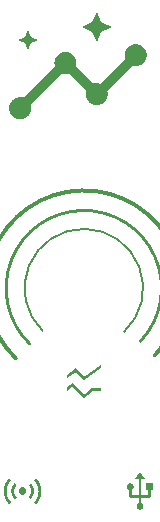
<source format=gts>
%TF.GenerationSoftware,KiCad,Pcbnew,7.0.2-6a45011f42~172~ubuntu22.04.1*%
%TF.CreationDate,2023-05-17T08:29:50+02:00*%
%TF.ProjectId,PowerMeterLC,506f7765-724d-4657-9465-724c432e6b69,rev?*%
%TF.SameCoordinates,Original*%
%TF.FileFunction,Soldermask,Top*%
%TF.FilePolarity,Negative*%
%FSLAX46Y46*%
G04 Gerber Fmt 4.6, Leading zero omitted, Abs format (unit mm)*
G04 Created by KiCad (PCBNEW 7.0.2-6a45011f42~172~ubuntu22.04.1) date 2023-05-17 08:29:50*
%MOMM*%
%LPD*%
G01*
G04 APERTURE LIST*
%ADD10C,0.300000*%
%ADD11C,0.250000*%
%ADD12C,0.200000*%
%ADD13C,0.000000*%
G04 APERTURE END LIST*
D10*
X33500000Y-183200000D02*
G75*
G03*
X21738790Y-183441250I-6000000J5700000D01*
G01*
D11*
X32299999Y-181999999D02*
G75*
G03*
X22919700Y-182223436I-4799999J4499998D01*
G01*
D12*
X30899999Y-181199999D02*
G75*
G03*
X24001912Y-181107405I-3399999J3699998D01*
G01*
D13*
G36*
X28928750Y-184264937D02*
G01*
X27503969Y-185296812D01*
X26809437Y-184602281D01*
X26071250Y-185138062D01*
X26071250Y-184844375D01*
X26833250Y-184288750D01*
X27527781Y-184983281D01*
X28928750Y-183971250D01*
X28928750Y-184264937D01*
G37*
G36*
X27515875Y-186511250D02*
G01*
X28198500Y-185967531D01*
X28928750Y-185967531D01*
X28928750Y-186205656D01*
X28277875Y-186205656D01*
X27503969Y-186828750D01*
X26519719Y-185876250D01*
X26071250Y-186197719D01*
X26071250Y-185904031D01*
X26543531Y-185566687D01*
X27515875Y-186511250D01*
G37*
G36*
X22330677Y-194364564D02*
G01*
X22346606Y-194365657D01*
X22362241Y-194367479D01*
X22377581Y-194370029D01*
X22392626Y-194373308D01*
X22407377Y-194377315D01*
X22421834Y-194382052D01*
X22435996Y-194387516D01*
X22449863Y-194393710D01*
X22463436Y-194400632D01*
X22476714Y-194408283D01*
X22489698Y-194416662D01*
X22502387Y-194425770D01*
X22514782Y-194435606D01*
X22526882Y-194446172D01*
X22538687Y-194457466D01*
X22549981Y-194469271D01*
X22560546Y-194481371D01*
X22570383Y-194493766D01*
X22579491Y-194506455D01*
X22587870Y-194519439D01*
X22595521Y-194532717D01*
X22602443Y-194546290D01*
X22608636Y-194560157D01*
X22614101Y-194574319D01*
X22618837Y-194588775D01*
X22622845Y-194603526D01*
X22626124Y-194618572D01*
X22628674Y-194633912D01*
X22630496Y-194649547D01*
X22631589Y-194665476D01*
X22631953Y-194681700D01*
X22631589Y-194697924D01*
X22630496Y-194713853D01*
X22628674Y-194729488D01*
X22626124Y-194744828D01*
X22622845Y-194759873D01*
X22618837Y-194774624D01*
X22614101Y-194789081D01*
X22608636Y-194803243D01*
X22602443Y-194817110D01*
X22595521Y-194830683D01*
X22587870Y-194843961D01*
X22579491Y-194856945D01*
X22570383Y-194869634D01*
X22560546Y-194882029D01*
X22549981Y-194894129D01*
X22538687Y-194905934D01*
X22526882Y-194917228D01*
X22514782Y-194927793D01*
X22502387Y-194937630D01*
X22489698Y-194946738D01*
X22476714Y-194955117D01*
X22463436Y-194962768D01*
X22449863Y-194969690D01*
X22435996Y-194975883D01*
X22421834Y-194981348D01*
X22407377Y-194986084D01*
X22392626Y-194990092D01*
X22377581Y-194993371D01*
X22362241Y-194995921D01*
X22346606Y-194997743D01*
X22330677Y-194998836D01*
X22314453Y-194999200D01*
X22298229Y-194998836D01*
X22282300Y-194997743D01*
X22266665Y-194995921D01*
X22251325Y-194993371D01*
X22236279Y-194990092D01*
X22221528Y-194986084D01*
X22207072Y-194981348D01*
X22192910Y-194975883D01*
X22179043Y-194969690D01*
X22165470Y-194962768D01*
X22152192Y-194955117D01*
X22139208Y-194946738D01*
X22126519Y-194937630D01*
X22114124Y-194927793D01*
X22102024Y-194917228D01*
X22090219Y-194905934D01*
X22078925Y-194894129D01*
X22068359Y-194882029D01*
X22058523Y-194869634D01*
X22049415Y-194856945D01*
X22041036Y-194843961D01*
X22033385Y-194830683D01*
X22026463Y-194817110D01*
X22020269Y-194803243D01*
X22014805Y-194789081D01*
X22010068Y-194774624D01*
X22006061Y-194759873D01*
X22002782Y-194744828D01*
X22000232Y-194729488D01*
X21998410Y-194713853D01*
X21997317Y-194697924D01*
X21996953Y-194681700D01*
X21997317Y-194665476D01*
X21998410Y-194649547D01*
X22000232Y-194633912D01*
X22002782Y-194618572D01*
X22006061Y-194603526D01*
X22010068Y-194588775D01*
X22014805Y-194574319D01*
X22020269Y-194560157D01*
X22026463Y-194546290D01*
X22033385Y-194532717D01*
X22041036Y-194519439D01*
X22049415Y-194506455D01*
X22058523Y-194493766D01*
X22068359Y-194481371D01*
X22078925Y-194469271D01*
X22090219Y-194457466D01*
X22102024Y-194446172D01*
X22114124Y-194435606D01*
X22126519Y-194425770D01*
X22139208Y-194416662D01*
X22152192Y-194408283D01*
X22165470Y-194400632D01*
X22179043Y-194393710D01*
X22192910Y-194387516D01*
X22207072Y-194382052D01*
X22221528Y-194377315D01*
X22236279Y-194373308D01*
X22251325Y-194370029D01*
X22266665Y-194367479D01*
X22282300Y-194365657D01*
X22298229Y-194364564D01*
X22314453Y-194364200D01*
X22330677Y-194364564D01*
G37*
G36*
X23004814Y-194023066D02*
G01*
X23020084Y-194039476D01*
X23034952Y-194056242D01*
X23049416Y-194073365D01*
X23063477Y-194090845D01*
X23077135Y-194108681D01*
X23090390Y-194126873D01*
X23103242Y-194145423D01*
X23115691Y-194164328D01*
X23127737Y-194183591D01*
X23139379Y-194203210D01*
X23150619Y-194223185D01*
X23161455Y-194243517D01*
X23171889Y-194264206D01*
X23181919Y-194285251D01*
X23191547Y-194306653D01*
X23200678Y-194328349D01*
X23209220Y-194350278D01*
X23217173Y-194372440D01*
X23224537Y-194394834D01*
X23231312Y-194417460D01*
X23237497Y-194440319D01*
X23243094Y-194463411D01*
X23248101Y-194486735D01*
X23252520Y-194510292D01*
X23256349Y-194534081D01*
X23259589Y-194558103D01*
X23262240Y-194582357D01*
X23264302Y-194606844D01*
X23265775Y-194631563D01*
X23266658Y-194656515D01*
X23266953Y-194681700D01*
X23266658Y-194706404D01*
X23265775Y-194730906D01*
X23264302Y-194755207D01*
X23262240Y-194779306D01*
X23259589Y-194803204D01*
X23256349Y-194826900D01*
X23252520Y-194850395D01*
X23248101Y-194873688D01*
X23243094Y-194896780D01*
X23237497Y-194919670D01*
X23231312Y-194942358D01*
X23224537Y-194964845D01*
X23217173Y-194987131D01*
X23209220Y-195009215D01*
X23200678Y-195031097D01*
X23191547Y-195052778D01*
X23181919Y-195074195D01*
X23171889Y-195095287D01*
X23161455Y-195116053D01*
X23150619Y-195136494D01*
X23139379Y-195156609D01*
X23127737Y-195176398D01*
X23115691Y-195195862D01*
X23103242Y-195215001D01*
X23090390Y-195233814D01*
X23077135Y-195252301D01*
X23063477Y-195270462D01*
X23049416Y-195288299D01*
X23034952Y-195305809D01*
X23020084Y-195322994D01*
X23004814Y-195339854D01*
X22989140Y-195356387D01*
X22818484Y-195185731D01*
X22830243Y-195173693D01*
X22841708Y-195161392D01*
X22852877Y-195148826D01*
X22863753Y-195135998D01*
X22874333Y-195122906D01*
X22884620Y-195109550D01*
X22894611Y-195095930D01*
X22904308Y-195082048D01*
X22913711Y-195067901D01*
X22922819Y-195053491D01*
X22931632Y-195038818D01*
X22940151Y-195023881D01*
X22948375Y-195008680D01*
X22956305Y-194993216D01*
X22963940Y-194977488D01*
X22971281Y-194961497D01*
X22978250Y-194945289D01*
X22984769Y-194928910D01*
X22990838Y-194912360D01*
X22996458Y-194895640D01*
X23001628Y-194878750D01*
X23006349Y-194861689D01*
X23010620Y-194844457D01*
X23014441Y-194827055D01*
X23017813Y-194809483D01*
X23020735Y-194791740D01*
X23023208Y-194773826D01*
X23025231Y-194755742D01*
X23026805Y-194737487D01*
X23027929Y-194719062D01*
X23028603Y-194700466D01*
X23028828Y-194681700D01*
X23028611Y-194662941D01*
X23027960Y-194644369D01*
X23026875Y-194625982D01*
X23025355Y-194607782D01*
X23023402Y-194589768D01*
X23021014Y-194571939D01*
X23018193Y-194554297D01*
X23014937Y-194536841D01*
X23011248Y-194519570D01*
X23007124Y-194502486D01*
X23002566Y-194485588D01*
X22997574Y-194468876D01*
X22992148Y-194452350D01*
X22986288Y-194436010D01*
X22979994Y-194419855D01*
X22973265Y-194403887D01*
X22966150Y-194388121D01*
X22958693Y-194372572D01*
X22950895Y-194357239D01*
X22942756Y-194342124D01*
X22934276Y-194327225D01*
X22925454Y-194312544D01*
X22916292Y-194298080D01*
X22906789Y-194283833D01*
X22896945Y-194269803D01*
X22886759Y-194255989D01*
X22876233Y-194242393D01*
X22865365Y-194229014D01*
X22854156Y-194215852D01*
X22842607Y-194202907D01*
X22830716Y-194190180D01*
X22818484Y-194177669D01*
X22989140Y-194007012D01*
X23004814Y-194023066D01*
G37*
G36*
X21810422Y-194177669D02*
G01*
X21798663Y-194189707D01*
X21787198Y-194202008D01*
X21776028Y-194214573D01*
X21765153Y-194227402D01*
X21754572Y-194240494D01*
X21744286Y-194253850D01*
X21734295Y-194267469D01*
X21724597Y-194281352D01*
X21715195Y-194295499D01*
X21706087Y-194309909D01*
X21697274Y-194324582D01*
X21688755Y-194339519D01*
X21680530Y-194354720D01*
X21672601Y-194370184D01*
X21664965Y-194385912D01*
X21657625Y-194401903D01*
X21650656Y-194418111D01*
X21644137Y-194434490D01*
X21638068Y-194451040D01*
X21632448Y-194467760D01*
X21627278Y-194484650D01*
X21622557Y-194501711D01*
X21618286Y-194518942D01*
X21614465Y-194536345D01*
X21611093Y-194553917D01*
X21608170Y-194571660D01*
X21605698Y-194589574D01*
X21603675Y-194607658D01*
X21602101Y-194625913D01*
X21600977Y-194644338D01*
X21600303Y-194662934D01*
X21600078Y-194681700D01*
X21600295Y-194700458D01*
X21600946Y-194719031D01*
X21602031Y-194737417D01*
X21603551Y-194755618D01*
X21605504Y-194773632D01*
X21607891Y-194791461D01*
X21610713Y-194809103D01*
X21613969Y-194826559D01*
X21617658Y-194843830D01*
X21621782Y-194860914D01*
X21626340Y-194877812D01*
X21631332Y-194894524D01*
X21636758Y-194911050D01*
X21642618Y-194927390D01*
X21648912Y-194943544D01*
X21655640Y-194959512D01*
X21662756Y-194975279D01*
X21670213Y-194990828D01*
X21678011Y-195006161D01*
X21686150Y-195021276D01*
X21694630Y-195036174D01*
X21703452Y-195050856D01*
X21712614Y-195065320D01*
X21722117Y-195079567D01*
X21731961Y-195093597D01*
X21742147Y-195107410D01*
X21752673Y-195121006D01*
X21763541Y-195134385D01*
X21774749Y-195147547D01*
X21786299Y-195160492D01*
X21798190Y-195173220D01*
X21810422Y-195185731D01*
X21639765Y-195356387D01*
X21624092Y-195340334D01*
X21608822Y-195323924D01*
X21593954Y-195307158D01*
X21579490Y-195290035D01*
X21565429Y-195272555D01*
X21551771Y-195254719D01*
X21538516Y-195236527D01*
X21525664Y-195217977D01*
X21513215Y-195199071D01*
X21501169Y-195179809D01*
X21489527Y-195160190D01*
X21478287Y-195140215D01*
X21467450Y-195119882D01*
X21457017Y-195099194D01*
X21446986Y-195078149D01*
X21437359Y-195056747D01*
X21428228Y-195035050D01*
X21419686Y-195013122D01*
X21411733Y-194990960D01*
X21404369Y-194968566D01*
X21397594Y-194945940D01*
X21391409Y-194923081D01*
X21385812Y-194899989D01*
X21380805Y-194876665D01*
X21376386Y-194853108D01*
X21372557Y-194829319D01*
X21369317Y-194805297D01*
X21366666Y-194781043D01*
X21364604Y-194756556D01*
X21363131Y-194731836D01*
X21362248Y-194706884D01*
X21361953Y-194681700D01*
X21362248Y-194656515D01*
X21363131Y-194631563D01*
X21364604Y-194606844D01*
X21366666Y-194582357D01*
X21369317Y-194558103D01*
X21372557Y-194534081D01*
X21376386Y-194510292D01*
X21380805Y-194486735D01*
X21385812Y-194463411D01*
X21391409Y-194440319D01*
X21397594Y-194417460D01*
X21404369Y-194394834D01*
X21411733Y-194372440D01*
X21419686Y-194350278D01*
X21428228Y-194328349D01*
X21437359Y-194306653D01*
X21446986Y-194285251D01*
X21457017Y-194264206D01*
X21467450Y-194243517D01*
X21478287Y-194223185D01*
X21489527Y-194203210D01*
X21501169Y-194183591D01*
X21513215Y-194164328D01*
X21525664Y-194145423D01*
X21538516Y-194126873D01*
X21551771Y-194108681D01*
X21565429Y-194090845D01*
X21579490Y-194073365D01*
X21593954Y-194056242D01*
X21608822Y-194039476D01*
X21624092Y-194023066D01*
X21639765Y-194007012D01*
X21810422Y-194177669D01*
G37*
G36*
X23464049Y-193586100D02*
G01*
X23489792Y-193614199D01*
X23514837Y-193642841D01*
X23539184Y-193672025D01*
X23562834Y-193701752D01*
X23585786Y-193732021D01*
X23608041Y-193762834D01*
X23629597Y-193794188D01*
X23650457Y-193826085D01*
X23670618Y-193858525D01*
X23690082Y-193891508D01*
X23708848Y-193925033D01*
X23726917Y-193959101D01*
X23744288Y-193993711D01*
X23760962Y-194028864D01*
X23776937Y-194064559D01*
X23792076Y-194100689D01*
X23806238Y-194137144D01*
X23819423Y-194173925D01*
X23831632Y-194211031D01*
X23842864Y-194248463D01*
X23853119Y-194286220D01*
X23862397Y-194324303D01*
X23870699Y-194362712D01*
X23878024Y-194401446D01*
X23884373Y-194440505D01*
X23889744Y-194479891D01*
X23894139Y-194519601D01*
X23897558Y-194559638D01*
X23900000Y-194600000D01*
X23901465Y-194640687D01*
X23901953Y-194681700D01*
X23901465Y-194722713D01*
X23900000Y-194763400D01*
X23897558Y-194803762D01*
X23894139Y-194843799D01*
X23889744Y-194883509D01*
X23884373Y-194922894D01*
X23878024Y-194961954D01*
X23870699Y-195000688D01*
X23862397Y-195039097D01*
X23853119Y-195077180D01*
X23842864Y-195114937D01*
X23831632Y-195152369D01*
X23819423Y-195189475D01*
X23806238Y-195226256D01*
X23792076Y-195262711D01*
X23776937Y-195298841D01*
X23760962Y-195334536D01*
X23744288Y-195369689D01*
X23726917Y-195404299D01*
X23708848Y-195438367D01*
X23690082Y-195471892D01*
X23670618Y-195504874D01*
X23650457Y-195537314D01*
X23629597Y-195569211D01*
X23608041Y-195600566D01*
X23585786Y-195631378D01*
X23562834Y-195661648D01*
X23539184Y-195691375D01*
X23514837Y-195720559D01*
X23489792Y-195749201D01*
X23464049Y-195777300D01*
X23437609Y-195804856D01*
X23266953Y-195634200D01*
X23289479Y-195611139D01*
X23311415Y-195587598D01*
X23332763Y-195563576D01*
X23353521Y-195539074D01*
X23373691Y-195514091D01*
X23393271Y-195488627D01*
X23412262Y-195462683D01*
X23430664Y-195436258D01*
X23448477Y-195409353D01*
X23465700Y-195381967D01*
X23482335Y-195354101D01*
X23498381Y-195325754D01*
X23513837Y-195296926D01*
X23528704Y-195267618D01*
X23542982Y-195237829D01*
X23556672Y-195207559D01*
X23569648Y-195176902D01*
X23581786Y-195145951D01*
X23593088Y-195114705D01*
X23603553Y-195083164D01*
X23613180Y-195051329D01*
X23621970Y-195019199D01*
X23629923Y-194986774D01*
X23637039Y-194954055D01*
X23643318Y-194921042D01*
X23648759Y-194887734D01*
X23653363Y-194854131D01*
X23657131Y-194820234D01*
X23660061Y-194786042D01*
X23662154Y-194751556D01*
X23663409Y-194716775D01*
X23663828Y-194681700D01*
X23663417Y-194646632D01*
X23662185Y-194611875D01*
X23660131Y-194577427D01*
X23657255Y-194543290D01*
X23653557Y-194509462D01*
X23649038Y-194475945D01*
X23643697Y-194442738D01*
X23637535Y-194409841D01*
X23630551Y-194377253D01*
X23622745Y-194344976D01*
X23614118Y-194313009D01*
X23604669Y-194281352D01*
X23594398Y-194250005D01*
X23583306Y-194218968D01*
X23571392Y-194188242D01*
X23558656Y-194157825D01*
X23545192Y-194127780D01*
X23531092Y-194098170D01*
X23516356Y-194068993D01*
X23500985Y-194040251D01*
X23484978Y-194011942D01*
X23468336Y-193984068D01*
X23451058Y-193956628D01*
X23433144Y-193929622D01*
X23414595Y-193903050D01*
X23395410Y-193876912D01*
X23375590Y-193851208D01*
X23355134Y-193825938D01*
X23334042Y-193801103D01*
X23312314Y-193776701D01*
X23289951Y-193752733D01*
X23266953Y-193729200D01*
X23437609Y-193558544D01*
X23464049Y-193586100D01*
G37*
G36*
X21361953Y-193729200D02*
G01*
X21339427Y-193752261D01*
X21317491Y-193775802D01*
X21296143Y-193799824D01*
X21275385Y-193824326D01*
X21255215Y-193849309D01*
X21235635Y-193874772D01*
X21216644Y-193900717D01*
X21198242Y-193927141D01*
X21180429Y-193954047D01*
X21163205Y-193981433D01*
X21146571Y-194009299D01*
X21130525Y-194037646D01*
X21115069Y-194066474D01*
X21100202Y-194095782D01*
X21085923Y-194125571D01*
X21072234Y-194155841D01*
X21059258Y-194186498D01*
X21047119Y-194217449D01*
X21035818Y-194248695D01*
X21025353Y-194280236D01*
X21015726Y-194312071D01*
X21006936Y-194344201D01*
X20998983Y-194376626D01*
X20991867Y-194409344D01*
X20985588Y-194442358D01*
X20980147Y-194475666D01*
X20975542Y-194509269D01*
X20971775Y-194543166D01*
X20968845Y-194577357D01*
X20966752Y-194611844D01*
X20965497Y-194646625D01*
X20965078Y-194681700D01*
X20965489Y-194716768D01*
X20966721Y-194751525D01*
X20968775Y-194785973D01*
X20971651Y-194820110D01*
X20975349Y-194853937D01*
X20979868Y-194887455D01*
X20985209Y-194920662D01*
X20991371Y-194953559D01*
X20998355Y-194986146D01*
X21006161Y-195018423D01*
X21014788Y-195050391D01*
X21024237Y-195082048D01*
X21034508Y-195113394D01*
X21045600Y-195144431D01*
X21057514Y-195175158D01*
X21070250Y-195205575D01*
X21083714Y-195235620D01*
X21097814Y-195265230D01*
X21112550Y-195294407D01*
X21127921Y-195323149D01*
X21143928Y-195351458D01*
X21160570Y-195379332D01*
X21177848Y-195406772D01*
X21195762Y-195433778D01*
X21214311Y-195460350D01*
X21233496Y-195486488D01*
X21253316Y-195512192D01*
X21273772Y-195537462D01*
X21294864Y-195562297D01*
X21316591Y-195586699D01*
X21338954Y-195610666D01*
X21361953Y-195634200D01*
X21191297Y-195804856D01*
X21164856Y-195777780D01*
X21139114Y-195750131D01*
X21114069Y-195721908D01*
X21089722Y-195693111D01*
X21066072Y-195663741D01*
X21043120Y-195633797D01*
X21020865Y-195603279D01*
X20999308Y-195572188D01*
X20978449Y-195540523D01*
X20958288Y-195508285D01*
X20938824Y-195475473D01*
X20920057Y-195442088D01*
X20901989Y-195408128D01*
X20884618Y-195373596D01*
X20867944Y-195338489D01*
X20851969Y-195302809D01*
X20836830Y-195266664D01*
X20822668Y-195230163D01*
X20809483Y-195193304D01*
X20797274Y-195156090D01*
X20786042Y-195118518D01*
X20775787Y-195080590D01*
X20766509Y-195042306D01*
X20758207Y-195003665D01*
X20750882Y-194964667D01*
X20744533Y-194925313D01*
X20739162Y-194885602D01*
X20734766Y-194845535D01*
X20731348Y-194805111D01*
X20728906Y-194764331D01*
X20727441Y-194723194D01*
X20726953Y-194681700D01*
X20727441Y-194640206D01*
X20728906Y-194599069D01*
X20731348Y-194558289D01*
X20734766Y-194517865D01*
X20739162Y-194477798D01*
X20744533Y-194438087D01*
X20750882Y-194398733D01*
X20758207Y-194359735D01*
X20766509Y-194321094D01*
X20775787Y-194282810D01*
X20786042Y-194244882D01*
X20797274Y-194207310D01*
X20809483Y-194170096D01*
X20822668Y-194133237D01*
X20836830Y-194096736D01*
X20851969Y-194060591D01*
X20867944Y-194024911D01*
X20884618Y-193989804D01*
X20901989Y-193955271D01*
X20920057Y-193921312D01*
X20938824Y-193887927D01*
X20958288Y-193855115D01*
X20978449Y-193822876D01*
X20999308Y-193791212D01*
X21020865Y-193760121D01*
X21043120Y-193729603D01*
X21066072Y-193699659D01*
X21089722Y-193670289D01*
X21114069Y-193641492D01*
X21139114Y-193613269D01*
X21164856Y-193585620D01*
X21191297Y-193558544D01*
X21361953Y-193729200D01*
G37*
G36*
X32694135Y-193657929D02*
G01*
X32376635Y-193657929D01*
X32376635Y-195007304D01*
X32964010Y-195007304D01*
X32964010Y-194594554D01*
X32797323Y-194594554D01*
X32797323Y-194023054D01*
X33368823Y-194023054D01*
X33368823Y-194594554D01*
X33202135Y-194594554D01*
X33202135Y-195007304D01*
X33201856Y-195019117D01*
X33201019Y-195030744D01*
X33199624Y-195042185D01*
X33197670Y-195053441D01*
X33195159Y-195064510D01*
X33192089Y-195075393D01*
X33188462Y-195086090D01*
X33184276Y-195096601D01*
X33179532Y-195106926D01*
X33174230Y-195117065D01*
X33168370Y-195127018D01*
X33161952Y-195136784D01*
X33154975Y-195146365D01*
X33147441Y-195155760D01*
X33139348Y-195164969D01*
X33130698Y-195173992D01*
X33121675Y-195182642D01*
X33112466Y-195190735D01*
X33103072Y-195198269D01*
X33093491Y-195205245D01*
X33083724Y-195211664D01*
X33073771Y-195217524D01*
X33063632Y-195222826D01*
X33053307Y-195227570D01*
X33042796Y-195231755D01*
X33032099Y-195235383D01*
X33021216Y-195238453D01*
X33010147Y-195240964D01*
X32998892Y-195242918D01*
X32987451Y-195244313D01*
X32975824Y-195245150D01*
X32964010Y-195245429D01*
X32376635Y-195245429D01*
X32376635Y-195685960D01*
X32386394Y-195691377D01*
X32395876Y-195697057D01*
X32405081Y-195703002D01*
X32414010Y-195709212D01*
X32422662Y-195715685D01*
X32431037Y-195722423D01*
X32439135Y-195729425D01*
X32446957Y-195736691D01*
X32454502Y-195744221D01*
X32461770Y-195752016D01*
X32468761Y-195760074D01*
X32475476Y-195768397D01*
X32481914Y-195776985D01*
X32488075Y-195785836D01*
X32493960Y-195794952D01*
X32499567Y-195804332D01*
X32504866Y-195813857D01*
X32509823Y-195823408D01*
X32514437Y-195832984D01*
X32518710Y-195842585D01*
X32522642Y-195852213D01*
X32526231Y-195861866D01*
X32529478Y-195871544D01*
X32532384Y-195881248D01*
X32534948Y-195890978D01*
X32537170Y-195900734D01*
X32539050Y-195910515D01*
X32540588Y-195920321D01*
X32541785Y-195930153D01*
X32542639Y-195940011D01*
X32543152Y-195949895D01*
X32543323Y-195959804D01*
X32543013Y-195975493D01*
X32542083Y-195990810D01*
X32540532Y-196005754D01*
X32538362Y-196020327D01*
X32535571Y-196034528D01*
X32532161Y-196048357D01*
X32528130Y-196061813D01*
X32523479Y-196074898D01*
X32518208Y-196087610D01*
X32512317Y-196099950D01*
X32505806Y-196111919D01*
X32498674Y-196123515D01*
X32490923Y-196134739D01*
X32482551Y-196145591D01*
X32473560Y-196156071D01*
X32463948Y-196166179D01*
X32453840Y-196175791D01*
X32443360Y-196184782D01*
X32432508Y-196193154D01*
X32421284Y-196200905D01*
X32409688Y-196208037D01*
X32397719Y-196214548D01*
X32385379Y-196220439D01*
X32372667Y-196225710D01*
X32359582Y-196230361D01*
X32346126Y-196234392D01*
X32332297Y-196237802D01*
X32318096Y-196240593D01*
X32303524Y-196242763D01*
X32288579Y-196244314D01*
X32273262Y-196245244D01*
X32257573Y-196245554D01*
X32241884Y-196245244D01*
X32226567Y-196244314D01*
X32211622Y-196242763D01*
X32197050Y-196240593D01*
X32182849Y-196237802D01*
X32169020Y-196234392D01*
X32155564Y-196230361D01*
X32142479Y-196225710D01*
X32129767Y-196220439D01*
X32117427Y-196214548D01*
X32105458Y-196208037D01*
X32093862Y-196200905D01*
X32082638Y-196193154D01*
X32071786Y-196184782D01*
X32061306Y-196175791D01*
X32051198Y-196166179D01*
X32041586Y-196156071D01*
X32032594Y-196145591D01*
X32024223Y-196134739D01*
X32016471Y-196123515D01*
X32009340Y-196111919D01*
X32002829Y-196099950D01*
X31996938Y-196087610D01*
X31991667Y-196074898D01*
X31987016Y-196061813D01*
X31982985Y-196048357D01*
X31979574Y-196034528D01*
X31976784Y-196020327D01*
X31974613Y-196005754D01*
X31973063Y-195990810D01*
X31972133Y-195975493D01*
X31971823Y-195959804D01*
X31971993Y-195948952D01*
X31972505Y-195938224D01*
X31973358Y-195927620D01*
X31974551Y-195917140D01*
X31976086Y-195906784D01*
X31977962Y-195896552D01*
X31980179Y-195886444D01*
X31982737Y-195876460D01*
X31985636Y-195866600D01*
X31988876Y-195856864D01*
X31992457Y-195847253D01*
X31996380Y-195837765D01*
X32000643Y-195828401D01*
X32005247Y-195819161D01*
X32010193Y-195810046D01*
X32015479Y-195801054D01*
X32021076Y-195792233D01*
X32026951Y-195783629D01*
X32033106Y-195775242D01*
X32039540Y-195767071D01*
X32046253Y-195759118D01*
X32053244Y-195751382D01*
X32060515Y-195743864D01*
X32068065Y-195736562D01*
X32075894Y-195729477D01*
X32084002Y-195722609D01*
X32092389Y-195715958D01*
X32101055Y-195709525D01*
X32110001Y-195703308D01*
X32119225Y-195697308D01*
X32128728Y-195691526D01*
X32138510Y-195685960D01*
X32138510Y-195245429D01*
X31551135Y-195245429D01*
X31539322Y-195245150D01*
X31527695Y-195244313D01*
X31516254Y-195242918D01*
X31504999Y-195240964D01*
X31493930Y-195238453D01*
X31483047Y-195235383D01*
X31472350Y-195231755D01*
X31461839Y-195227570D01*
X31451514Y-195222826D01*
X31441375Y-195217524D01*
X31431422Y-195211664D01*
X31421655Y-195205245D01*
X31412074Y-195198269D01*
X31402679Y-195190735D01*
X31393471Y-195182642D01*
X31384448Y-195173992D01*
X31375797Y-195164969D01*
X31367705Y-195155760D01*
X31360170Y-195146365D01*
X31353194Y-195136784D01*
X31346776Y-195127018D01*
X31340916Y-195117065D01*
X31335614Y-195106926D01*
X31330870Y-195096601D01*
X31326684Y-195086090D01*
X31323056Y-195075393D01*
X31319987Y-195064510D01*
X31317475Y-195053441D01*
X31315522Y-195042185D01*
X31314127Y-195030744D01*
X31313290Y-195019117D01*
X31313010Y-195007304D01*
X31313010Y-194574710D01*
X31303228Y-194570112D01*
X31293725Y-194565247D01*
X31284501Y-194560114D01*
X31275555Y-194554715D01*
X31266889Y-194549049D01*
X31258502Y-194543116D01*
X31250394Y-194536916D01*
X31242565Y-194530450D01*
X31235015Y-194523716D01*
X31227744Y-194516715D01*
X31220753Y-194509448D01*
X31214040Y-194501913D01*
X31207606Y-194494112D01*
X31201451Y-194486043D01*
X31195576Y-194477708D01*
X31189979Y-194469106D01*
X31184693Y-194460295D01*
X31179747Y-194451332D01*
X31175143Y-194442218D01*
X31170880Y-194432951D01*
X31166957Y-194423534D01*
X31163376Y-194413964D01*
X31160136Y-194404243D01*
X31157237Y-194394370D01*
X31154679Y-194384346D01*
X31152462Y-194374169D01*
X31150586Y-194363842D01*
X31149051Y-194353362D01*
X31147858Y-194342731D01*
X31147005Y-194331948D01*
X31146494Y-194321013D01*
X31146323Y-194309927D01*
X31146633Y-194294102D01*
X31147563Y-194278658D01*
X31149114Y-194263595D01*
X31151284Y-194248912D01*
X31154074Y-194234611D01*
X31157485Y-194220690D01*
X31161516Y-194207150D01*
X31166167Y-194193991D01*
X31171438Y-194181213D01*
X31177329Y-194168815D01*
X31183840Y-194156799D01*
X31190971Y-194145163D01*
X31198723Y-194133908D01*
X31207094Y-194123034D01*
X31216086Y-194112541D01*
X31225698Y-194102429D01*
X31235806Y-194092817D01*
X31246286Y-194083825D01*
X31257138Y-194075454D01*
X31268362Y-194067702D01*
X31279958Y-194060571D01*
X31291926Y-194054060D01*
X31304267Y-194048169D01*
X31316979Y-194042898D01*
X31330064Y-194038247D01*
X31343520Y-194034216D01*
X31357349Y-194030805D01*
X31371550Y-194028015D01*
X31386122Y-194025844D01*
X31401067Y-194024294D01*
X31416384Y-194023364D01*
X31432073Y-194023054D01*
X31447762Y-194023364D01*
X31463079Y-194024294D01*
X31478024Y-194025844D01*
X31492596Y-194028015D01*
X31506797Y-194030805D01*
X31520626Y-194034216D01*
X31534082Y-194038247D01*
X31547167Y-194042898D01*
X31559879Y-194048169D01*
X31572219Y-194054060D01*
X31584188Y-194060571D01*
X31595784Y-194067702D01*
X31607008Y-194075454D01*
X31617860Y-194083825D01*
X31628340Y-194092817D01*
X31638448Y-194102429D01*
X31648060Y-194112543D01*
X31657051Y-194123042D01*
X31665423Y-194133926D01*
X31673175Y-194145195D01*
X31680306Y-194156849D01*
X31686817Y-194168887D01*
X31692708Y-194181310D01*
X31697979Y-194194118D01*
X31702630Y-194207311D01*
X31706661Y-194220888D01*
X31710072Y-194234851D01*
X31712862Y-194249198D01*
X31715032Y-194263930D01*
X31716583Y-194279047D01*
X31717513Y-194294549D01*
X31717823Y-194310435D01*
X31717652Y-194321562D01*
X31717141Y-194332532D01*
X31716288Y-194343344D01*
X31715094Y-194353998D01*
X31713560Y-194364494D01*
X31711684Y-194374832D01*
X31709467Y-194385013D01*
X31706909Y-194395036D01*
X31704010Y-194404901D01*
X31700770Y-194414608D01*
X31697189Y-194424158D01*
X31693266Y-194433549D01*
X31689003Y-194442783D01*
X31684399Y-194451859D01*
X31679453Y-194460778D01*
X31674167Y-194469538D01*
X31668570Y-194478088D01*
X31662695Y-194486375D01*
X31656540Y-194494397D01*
X31650106Y-194502157D01*
X31643393Y-194509652D01*
X31636402Y-194516884D01*
X31629131Y-194523853D01*
X31621581Y-194530558D01*
X31613752Y-194536999D01*
X31605644Y-194543177D01*
X31597257Y-194549092D01*
X31588591Y-194554742D01*
X31579645Y-194560130D01*
X31570421Y-194565253D01*
X31560918Y-194570114D01*
X31551135Y-194574710D01*
X31551135Y-195007304D01*
X32138510Y-195007304D01*
X32138510Y-193657929D01*
X31821010Y-193657929D01*
X32257573Y-193066585D01*
X32694135Y-193657929D01*
G37*
G36*
X28993860Y-154979675D02*
G01*
X29870729Y-155386036D01*
X28993860Y-155792396D01*
X28587500Y-156669264D01*
X28181140Y-155792396D01*
X27304271Y-155386036D01*
X28181140Y-154979675D01*
X28587500Y-154102806D01*
X28993860Y-154979675D01*
G37*
G36*
X31943343Y-156842308D02*
G01*
X31989847Y-156845500D01*
X32035482Y-156850820D01*
X32080248Y-156858267D01*
X32124145Y-156867843D01*
X32167172Y-156879547D01*
X32209330Y-156893378D01*
X32250619Y-156909338D01*
X32291039Y-156927425D01*
X32330589Y-156947640D01*
X32369270Y-156969984D01*
X32407081Y-156994455D01*
X32444024Y-157021054D01*
X32480097Y-157049781D01*
X32515301Y-157080636D01*
X32549635Y-157113619D01*
X32582476Y-157148094D01*
X32613197Y-157183430D01*
X32641800Y-157219626D01*
X32668284Y-157256683D01*
X32692650Y-157294599D01*
X32714896Y-157333376D01*
X32735024Y-157373013D01*
X32753033Y-157413511D01*
X32768924Y-157454869D01*
X32782696Y-157497087D01*
X32794349Y-157540166D01*
X32803883Y-157584104D01*
X32811298Y-157628904D01*
X32816595Y-157674563D01*
X32819773Y-157721083D01*
X32820833Y-157768463D01*
X32819774Y-157815837D01*
X32816596Y-157862341D01*
X32811301Y-157907977D01*
X32803888Y-157952742D01*
X32794356Y-157996639D01*
X32782707Y-158039667D01*
X32768939Y-158081825D01*
X32753053Y-158123113D01*
X32735049Y-158163533D01*
X32714927Y-158203083D01*
X32692687Y-158241764D01*
X32668329Y-158279576D01*
X32641852Y-158316518D01*
X32613258Y-158352591D01*
X32582545Y-158387795D01*
X32549714Y-158422129D01*
X32515396Y-158454970D01*
X32480222Y-158485691D01*
X32444192Y-158514294D01*
X32407305Y-158540778D01*
X32369562Y-158565144D01*
X32330962Y-158587390D01*
X32291507Y-158607518D01*
X32251195Y-158625528D01*
X32210026Y-158641418D01*
X32168002Y-158655190D01*
X32125121Y-158666843D01*
X32081384Y-158676377D01*
X32036791Y-158683793D01*
X31991341Y-158689090D01*
X31945035Y-158692268D01*
X31897873Y-158693327D01*
X31880614Y-158693224D01*
X31863452Y-158692914D01*
X31846386Y-158692397D01*
X31829416Y-158691673D01*
X31812542Y-158690743D01*
X31795765Y-158689606D01*
X31779084Y-158688263D01*
X31762499Y-158686712D01*
X31745343Y-158684749D01*
X31726946Y-158682165D01*
X31707309Y-158678961D01*
X31686432Y-158675137D01*
X31664314Y-158670693D01*
X31640957Y-158665628D01*
X31616359Y-158659944D01*
X31590520Y-158653639D01*
X29473853Y-160770306D01*
X29480158Y-160796144D01*
X29485843Y-160820742D01*
X29490907Y-160844100D01*
X29495351Y-160866217D01*
X29499175Y-160887095D01*
X29502379Y-160906732D01*
X29504963Y-160925129D01*
X29506927Y-160942285D01*
X29508477Y-160958870D01*
X29509820Y-160975551D01*
X29510957Y-160992328D01*
X29511888Y-161009202D01*
X29512611Y-161026172D01*
X29513128Y-161043238D01*
X29513438Y-161060400D01*
X29513542Y-161077659D01*
X29512478Y-161124821D01*
X29509286Y-161171127D01*
X29503966Y-161216576D01*
X29496518Y-161261170D01*
X29486942Y-161304907D01*
X29475239Y-161347787D01*
X29461407Y-161389812D01*
X29445448Y-161430980D01*
X29427360Y-161471292D01*
X29407145Y-161510748D01*
X29384802Y-161549347D01*
X29360331Y-161587090D01*
X29333731Y-161623977D01*
X29305004Y-161660007D01*
X29274149Y-161695182D01*
X29241167Y-161729500D01*
X29206691Y-161762330D01*
X29171355Y-161793043D01*
X29135159Y-161821638D01*
X29098103Y-161848114D01*
X29060186Y-161872472D01*
X29021409Y-161894713D01*
X28981772Y-161914835D01*
X28941274Y-161932839D01*
X28899916Y-161948725D01*
X28857698Y-161962492D01*
X28814619Y-161974142D01*
X28770681Y-161983674D01*
X28725881Y-161991087D01*
X28680222Y-161996382D01*
X28633702Y-161999560D01*
X28586322Y-162000619D01*
X28538948Y-161999560D01*
X28492444Y-161996382D01*
X28446809Y-161991087D01*
X28402043Y-161983674D01*
X28358146Y-161974142D01*
X28315119Y-161962492D01*
X28272960Y-161948725D01*
X28231672Y-161932839D01*
X28191252Y-161914835D01*
X28151702Y-161894713D01*
X28113021Y-161872472D01*
X28075210Y-161848114D01*
X28038267Y-161821638D01*
X28002194Y-161793043D01*
X27966991Y-161762330D01*
X27932656Y-161729500D01*
X27899816Y-161695182D01*
X27869094Y-161660007D01*
X27840491Y-161623977D01*
X27814007Y-161587090D01*
X27789641Y-161549347D01*
X27767395Y-161510748D01*
X27747267Y-161471292D01*
X27729257Y-161430980D01*
X27713367Y-161389812D01*
X27699595Y-161347787D01*
X27687942Y-161304907D01*
X27678408Y-161261170D01*
X27670992Y-161216576D01*
X27665695Y-161171127D01*
X27662517Y-161124821D01*
X27661458Y-161077659D01*
X27661561Y-161060400D01*
X27661871Y-161043238D01*
X27662388Y-161026172D01*
X27663112Y-161009202D01*
X27664042Y-160992328D01*
X27665179Y-160975551D01*
X27666522Y-160958870D01*
X27668073Y-160942285D01*
X27670036Y-160925129D01*
X27672620Y-160906732D01*
X27675824Y-160887095D01*
X27679648Y-160866217D01*
X27684092Y-160844100D01*
X27689157Y-160820742D01*
X27694841Y-160796144D01*
X27701146Y-160770306D01*
X26245937Y-159315098D01*
X26220099Y-159321402D01*
X26195501Y-159327087D01*
X26172143Y-159332151D01*
X26150026Y-159336595D01*
X26129149Y-159340419D01*
X26109512Y-159343623D01*
X26091115Y-159346207D01*
X26073958Y-159348171D01*
X26057370Y-159349721D01*
X26040679Y-159351065D01*
X26023884Y-159352202D01*
X26006986Y-159353132D01*
X25989984Y-159353855D01*
X25972879Y-159354372D01*
X25955671Y-159354682D01*
X25938359Y-159354786D01*
X25928592Y-159354165D01*
X25910867Y-159352305D01*
X25885184Y-159349204D01*
X25851543Y-159344864D01*
X25760386Y-159332461D01*
X25637396Y-159315098D01*
X22991563Y-161960931D01*
X22997867Y-161986769D01*
X23003551Y-162011367D01*
X23008616Y-162034725D01*
X23013060Y-162056843D01*
X23016884Y-162077720D01*
X23020088Y-162097357D01*
X23022672Y-162115754D01*
X23024635Y-162132910D01*
X23026186Y-162149495D01*
X23027529Y-162166176D01*
X23028666Y-162182953D01*
X23029596Y-162199827D01*
X23030320Y-162216796D01*
X23030836Y-162233863D01*
X23031147Y-162251025D01*
X23031250Y-162268284D01*
X23030186Y-162315446D01*
X23026994Y-162361752D01*
X23021674Y-162407201D01*
X23014226Y-162451795D01*
X23004651Y-162495532D01*
X22992947Y-162538412D01*
X22979116Y-162580437D01*
X22963156Y-162621605D01*
X22945069Y-162661917D01*
X22924853Y-162701373D01*
X22902510Y-162739972D01*
X22878039Y-162777715D01*
X22851440Y-162814602D01*
X22822712Y-162850633D01*
X22791857Y-162885807D01*
X22758875Y-162920125D01*
X22724399Y-162952956D01*
X22689064Y-162983668D01*
X22652868Y-163012263D01*
X22615812Y-163038739D01*
X22577896Y-163063098D01*
X22539119Y-163085338D01*
X22499483Y-163105460D01*
X22458986Y-163123464D01*
X22417629Y-163139350D01*
X22375412Y-163153118D01*
X22332334Y-163164767D01*
X22288397Y-163174299D01*
X22243599Y-163181712D01*
X22197941Y-163187008D01*
X22151423Y-163190185D01*
X22104044Y-163191244D01*
X22056669Y-163190180D01*
X22010162Y-163186988D01*
X21964526Y-163181668D01*
X21919758Y-163174220D01*
X21875861Y-163164645D01*
X21832832Y-163152941D01*
X21790673Y-163139110D01*
X21749383Y-163123150D01*
X21708963Y-163105063D01*
X21669412Y-163084847D01*
X21630731Y-163062504D01*
X21592919Y-163038033D01*
X21555976Y-163011434D01*
X21519903Y-162982707D01*
X21484699Y-162951852D01*
X21450365Y-162918869D01*
X21417524Y-162884393D01*
X21386803Y-162849058D01*
X21358200Y-162812861D01*
X21331715Y-162775805D01*
X21307350Y-162737888D01*
X21285103Y-162699111D01*
X21264975Y-162659474D01*
X21246966Y-162618976D01*
X21231076Y-162577618D01*
X21217304Y-162535400D01*
X21205651Y-162492322D01*
X21196117Y-162448383D01*
X21188701Y-162403584D01*
X21183404Y-162357924D01*
X21180226Y-162311404D01*
X21179167Y-162264024D01*
X21180226Y-162216651D01*
X21183403Y-162170146D01*
X21188698Y-162124511D01*
X21196112Y-162079745D01*
X21205643Y-162035848D01*
X21217293Y-161992821D01*
X21231060Y-161950663D01*
X21246946Y-161909374D01*
X21264950Y-161868955D01*
X21285072Y-161829404D01*
X21307313Y-161790723D01*
X21331671Y-161752912D01*
X21358147Y-161715969D01*
X21386742Y-161679896D01*
X21417454Y-161644692D01*
X21450285Y-161610358D01*
X21484603Y-161577518D01*
X21519777Y-161546796D01*
X21555808Y-161518193D01*
X21592695Y-161491709D01*
X21630438Y-161467344D01*
X21669037Y-161445097D01*
X21708493Y-161424969D01*
X21748805Y-161406960D01*
X21789973Y-161391069D01*
X21831997Y-161377298D01*
X21874878Y-161365645D01*
X21918615Y-161356110D01*
X21963208Y-161348695D01*
X22008658Y-161343398D01*
X22054964Y-161340220D01*
X22102126Y-161339161D01*
X22119385Y-161339264D01*
X22136547Y-161339574D01*
X22153614Y-161340091D01*
X22170583Y-161340814D01*
X22187457Y-161341744D01*
X22204234Y-161342881D01*
X22220915Y-161344225D01*
X22237500Y-161345775D01*
X22254657Y-161347739D01*
X22273053Y-161350322D01*
X22292690Y-161353526D01*
X22313568Y-161357351D01*
X22335685Y-161361795D01*
X22359043Y-161366859D01*
X22383641Y-161372543D01*
X22409479Y-161378848D01*
X25055313Y-158733015D01*
X25049008Y-158707177D01*
X25043323Y-158682579D01*
X25038259Y-158659221D01*
X25033815Y-158637103D01*
X25029991Y-158616226D01*
X25026787Y-158596589D01*
X25024203Y-158578192D01*
X25022240Y-158561035D01*
X25020689Y-158544451D01*
X25019345Y-158527770D01*
X25018209Y-158510993D01*
X25017278Y-158494119D01*
X25016555Y-158477149D01*
X25016038Y-158460083D01*
X25015728Y-158442921D01*
X25015625Y-158425662D01*
X25016689Y-158378500D01*
X25019881Y-158332194D01*
X25025201Y-158286744D01*
X25032648Y-158242151D01*
X25042224Y-158198414D01*
X25053928Y-158155533D01*
X25067759Y-158113509D01*
X25083719Y-158072341D01*
X25101806Y-158032029D01*
X25122021Y-157992573D01*
X25144365Y-157953974D01*
X25168836Y-157916231D01*
X25195435Y-157879344D01*
X25224162Y-157843313D01*
X25255017Y-157808139D01*
X25288000Y-157773821D01*
X25322475Y-157740990D01*
X25357811Y-157710277D01*
X25394007Y-157681683D01*
X25431064Y-157655206D01*
X25468980Y-157630848D01*
X25507757Y-157608608D01*
X25547394Y-157588486D01*
X25587892Y-157570482D01*
X25629250Y-157554596D01*
X25671468Y-157540828D01*
X25714547Y-157529178D01*
X25758485Y-157519647D01*
X25803285Y-157512233D01*
X25848944Y-157506938D01*
X25895464Y-157503761D01*
X25942844Y-157502702D01*
X25990218Y-157503768D01*
X26036722Y-157506967D01*
X26082358Y-157512299D01*
X26127124Y-157519763D01*
X26171020Y-157529359D01*
X26214048Y-157541088D01*
X26256206Y-157554950D01*
X26297495Y-157570945D01*
X26337914Y-157589071D01*
X26377464Y-157609331D01*
X26416145Y-157631723D01*
X26453957Y-157656248D01*
X26490899Y-157682905D01*
X26526972Y-157711695D01*
X26562176Y-157742618D01*
X26596510Y-157775673D01*
X26629351Y-157810225D01*
X26660072Y-157845640D01*
X26688675Y-157881916D01*
X26715159Y-157919055D01*
X26739525Y-157957057D01*
X26761771Y-157995920D01*
X26781899Y-158035645D01*
X26799909Y-158076233D01*
X26815799Y-158117683D01*
X26829571Y-158159995D01*
X26841224Y-158203169D01*
X26850758Y-158247205D01*
X26858174Y-158292104D01*
X26863471Y-158337864D01*
X26866649Y-158384487D01*
X26867708Y-158431972D01*
X26867088Y-158441757D01*
X26865228Y-158459498D01*
X26862127Y-158485195D01*
X26857786Y-158518848D01*
X26845384Y-158610020D01*
X26828020Y-158733015D01*
X28283229Y-160188223D01*
X28309067Y-160181919D01*
X28333665Y-160176234D01*
X28357023Y-160171170D01*
X28379140Y-160166726D01*
X28400018Y-160162901D01*
X28419655Y-160159697D01*
X28438052Y-160157114D01*
X28455208Y-160155150D01*
X28471745Y-160153600D01*
X28488281Y-160152256D01*
X28504817Y-160151119D01*
X28521354Y-160150189D01*
X28537890Y-160149466D01*
X28554427Y-160148949D01*
X28570963Y-160148639D01*
X28587500Y-160148535D01*
X28604036Y-160148639D01*
X28620572Y-160148949D01*
X28637109Y-160149466D01*
X28653646Y-160150189D01*
X28670182Y-160151119D01*
X28686719Y-160152256D01*
X28703255Y-160153600D01*
X28719792Y-160155150D01*
X28736948Y-160157114D01*
X28755345Y-160159697D01*
X28774982Y-160162901D01*
X28795859Y-160166726D01*
X28817977Y-160171170D01*
X28841334Y-160176234D01*
X28865932Y-160181919D01*
X28891771Y-160188223D01*
X31008438Y-158071556D01*
X31002133Y-158045718D01*
X30996448Y-158021120D01*
X30991384Y-157997762D01*
X30986940Y-157975645D01*
X30983116Y-157954768D01*
X30979912Y-157935131D01*
X30977328Y-157916734D01*
X30975364Y-157899577D01*
X30973814Y-157882993D01*
X30972470Y-157866312D01*
X30971333Y-157849534D01*
X30970403Y-157832661D01*
X30969680Y-157815691D01*
X30969163Y-157798625D01*
X30968853Y-157781462D01*
X30968749Y-157764203D01*
X30969813Y-157717041D01*
X30973005Y-157670735D01*
X30978325Y-157625286D01*
X30985773Y-157580692D01*
X30995349Y-157536955D01*
X31007052Y-157494074D01*
X31020884Y-157452050D01*
X31036843Y-157410882D01*
X31054931Y-157370570D01*
X31075146Y-157331114D01*
X31097489Y-157292515D01*
X31121960Y-157254772D01*
X31148560Y-157217885D01*
X31177287Y-157181854D01*
X31208142Y-157146680D01*
X31241125Y-157112362D01*
X31275600Y-157079531D01*
X31310936Y-157048819D01*
X31347132Y-157020224D01*
X31384188Y-156993748D01*
X31422105Y-156969390D01*
X31460882Y-156947149D01*
X31500519Y-156927027D01*
X31541017Y-156909023D01*
X31582375Y-156893138D01*
X31624593Y-156879370D01*
X31667672Y-156867720D01*
X31711610Y-156858189D01*
X31756410Y-156850775D01*
X31802069Y-156845480D01*
X31848589Y-156842303D01*
X31895969Y-156841244D01*
X31943343Y-156842308D01*
G37*
G36*
X23034597Y-156229355D02*
G01*
X23613333Y-156497286D01*
X23034597Y-156765216D01*
X22766667Y-157343952D01*
X22498736Y-156765216D01*
X21920000Y-156497286D01*
X22498736Y-156229355D01*
X22766667Y-155650619D01*
X23034597Y-156229355D01*
G37*
M02*

</source>
